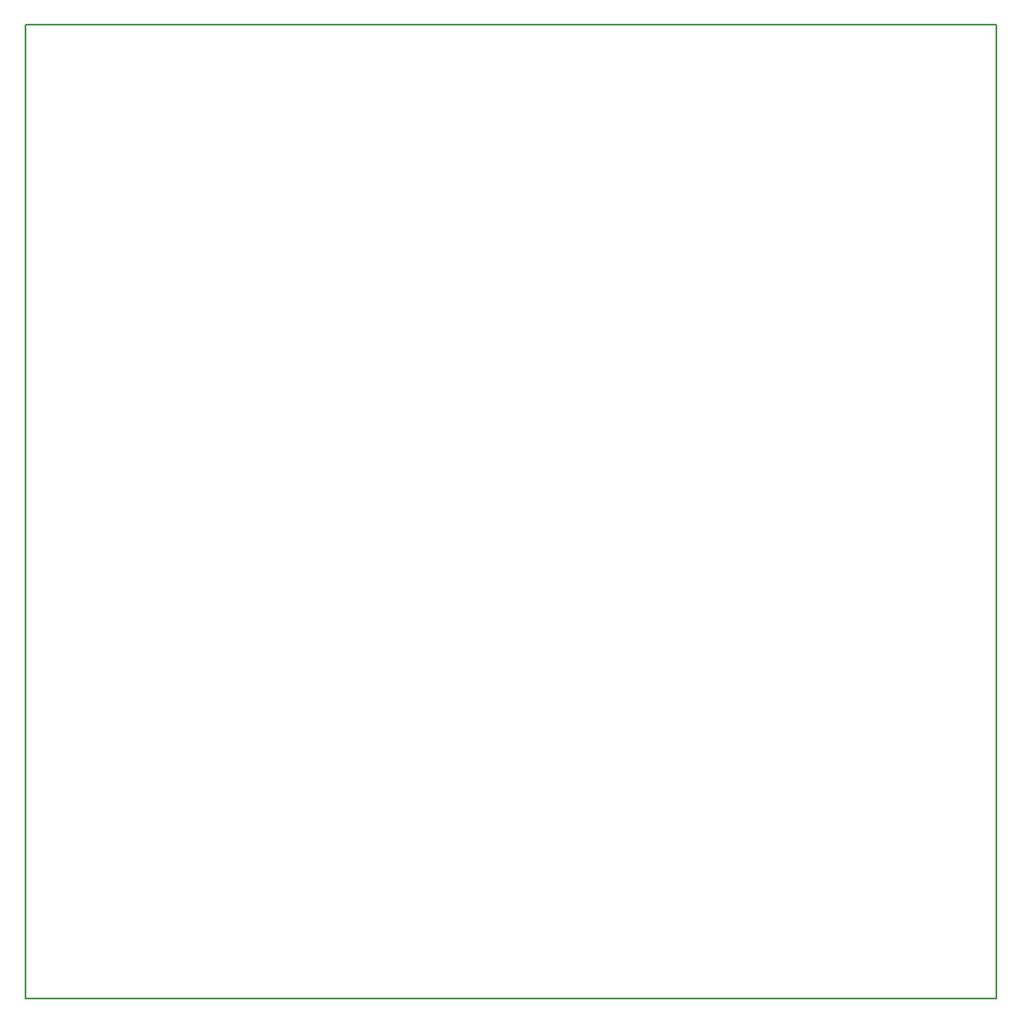
<source format=gbr>
G04 #@! TF.FileFunction,Profile,NP*
%FSLAX46Y46*%
G04 Gerber Fmt 4.6, Leading zero omitted, Abs format (unit mm)*
G04 Created by KiCad (PCBNEW 4.0.7) date 05/25/18 16:16:18*
%MOMM*%
%LPD*%
G01*
G04 APERTURE LIST*
%ADD10C,0.100000*%
%ADD11C,0.150000*%
G04 APERTURE END LIST*
D10*
D11*
X46482000Y-46228000D02*
X143256000Y-46228000D01*
X46482000Y-143256000D02*
X46482000Y-46228000D01*
X143256000Y-143256000D02*
X46482000Y-143256000D01*
X143256000Y-46228000D02*
X143256000Y-143256000D01*
M02*

</source>
